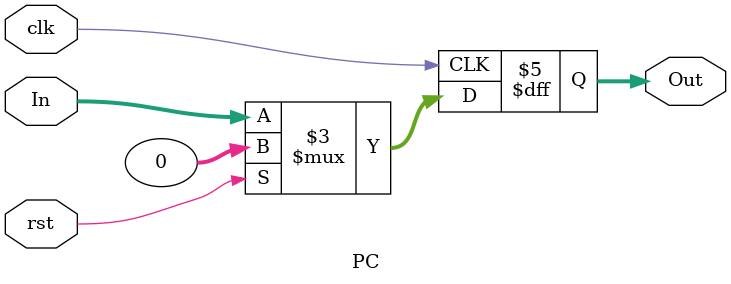
<source format=v>
module PC(Out, In, rst, clk);
	input[31:0] In;
	input rst, clk;
	output reg[31:0] Out;
	
	always @(posedge clk) begin
		if(rst) Out = 32'd0;
		else Out = In;
	end
	
endmodule

</source>
